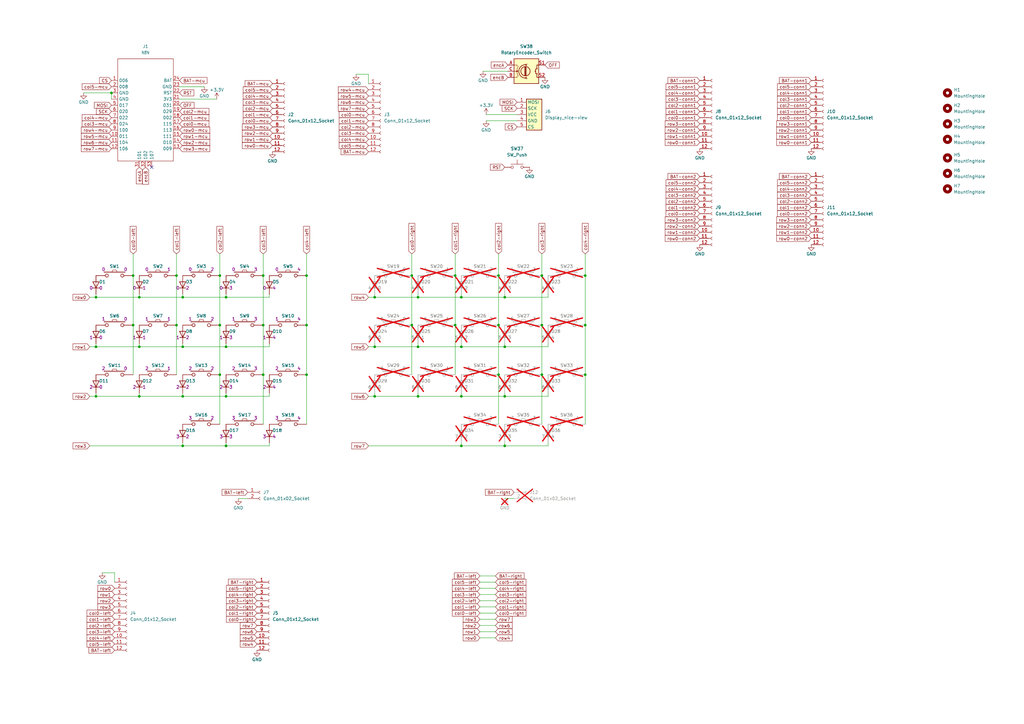
<source format=kicad_sch>
(kicad_sch (version 20231120) (generator "eeschema") (generator_version "8.0")
  (paper "A3")
  (junction (at 125.73 133.35))
  (junction (at 153.67 142.24))
  (junction (at 90.17 133.35))
  (junction (at 90.17 153.67))
  (junction (at 74.93 121.92))
  (junction (at 222.25 133.35))
  (junction (at 171.45 162.56))
  (junction (at 189.23 142.24))
  (junction (at 39.37 142.24))
  (junction (at 186.69 113.03))
  (junction (at 92.71 121.92))
  (junction (at 92.71 162.56))
  (junction (at 168.91 113.03))
  (junction (at 204.47 113.03))
  (junction (at 57.15 142.24))
  (junction (at 189.23 182.88))
  (junction (at 39.37 162.56))
  (junction (at 57.15 121.92))
  (junction (at 57.15 162.56))
  (junction (at 92.71 142.24))
  (junction (at 153.67 162.56))
  (junction (at 207.01 162.56))
  (junction (at 72.39 133.35))
  (junction (at 74.93 162.56))
  (junction (at 186.69 133.35))
  (junction (at 207.01 182.88))
  (junction (at 153.67 121.92))
  (junction (at 125.73 113.03))
  (junction (at 54.61 133.35))
  (junction (at 72.39 113.03))
  (junction (at 39.37 121.92))
  (junction (at 222.25 113.03))
  (junction (at 125.73 153.67))
  (junction (at 207.01 142.24))
  (junction (at 54.61 113.03))
  (junction (at 240.03 153.67))
  (junction (at 240.03 133.35))
  (junction (at 204.47 133.35))
  (junction (at 207.01 121.92))
  (junction (at 222.25 153.67))
  (junction (at 171.45 142.24))
  (junction (at 204.47 153.67))
  (junction (at 189.23 121.92))
  (junction (at 107.95 133.35))
  (junction (at 240.03 113.03))
  (junction (at 92.71 182.88))
  (junction (at 74.93 182.88))
  (junction (at 107.95 153.67))
  (junction (at 107.95 113.03))
  (junction (at 74.93 142.24))
  (junction (at 168.91 133.35))
  (junction (at 171.45 121.92))
  (junction (at 45.72 38.1))
  (junction (at 90.17 113.03))
  (junction (at 189.23 162.56))
  (no_connect (at 62.23 68.58))
  (wire (pts (xy 74.93 142.24) (xy 92.71 142.24)))
  (wire (pts (xy 39.37 162.56) (xy 57.15 162.56)))
  (wire (pts (xy 207.01 120.65) (xy 207.01 121.92)))
  (wire (pts (xy 207.01 181.61) (xy 207.01 182.88)))
  (wire (pts (xy 240.03 153.67) (xy 240.03 173.99)))
  (wire (pts (xy 186.69 104.14) (xy 186.69 113.03)))
  (wire (pts (xy 189.23 162.56) (xy 207.01 162.56)))
  (wire (pts (xy 171.45 140.97) (xy 171.45 142.24)))
  (wire (pts (xy 240.03 133.35) (xy 240.03 153.67)))
  (wire (pts (xy 146.05 30.48) (xy 151.13 30.48)))
  (wire (pts (xy 171.45 120.65) (xy 171.45 121.92)))
  (wire (pts (xy 224.79 161.29) (xy 224.79 162.56)))
  (wire (pts (xy 199.39 49.53) (xy 212.09 49.53)))
  (wire (pts (xy 222.25 153.67) (xy 222.25 173.99)))
  (wire (pts (xy 207.01 162.56) (xy 224.79 162.56)))
  (wire (pts (xy 36.83 121.92) (xy 39.37 121.92)))
  (wire (pts (xy 54.61 113.03) (xy 54.61 133.35)))
  (wire (pts (xy 224.79 140.97) (xy 224.79 142.24)))
  (wire (pts (xy 74.93 120.65) (xy 74.93 121.92)))
  (wire (pts (xy 207.01 121.92) (xy 224.79 121.92)))
  (wire (pts (xy 207.01 142.24) (xy 224.79 142.24)))
  (wire (pts (xy 203.2 251.46) (xy 196.85 251.46)))
  (wire (pts (xy 204.47 133.35) (xy 204.47 153.67)))
  (wire (pts (xy 39.37 142.24) (xy 57.15 142.24)))
  (wire (pts (xy 92.71 121.92) (xy 110.49 121.92)))
  (wire (pts (xy 39.37 161.29) (xy 39.37 162.56)))
  (wire (pts (xy 199.39 46.99) (xy 212.09 46.99)))
  (wire (pts (xy 151.13 162.56) (xy 153.67 162.56)))
  (wire (pts (xy 57.15 161.29) (xy 57.15 162.56)))
  (wire (pts (xy 151.13 30.48) (xy 151.13 34.29)))
  (wire (pts (xy 204.47 104.14) (xy 204.47 113.03)))
  (wire (pts (xy 46.99 234.95) (xy 46.99 238.76)))
  (wire (pts (xy 203.2 256.54) (xy 196.85 256.54)))
  (wire (pts (xy 74.93 162.56) (xy 92.71 162.56)))
  (wire (pts (xy 107.95 153.67) (xy 107.95 173.99)))
  (wire (pts (xy 203.2 254) (xy 196.85 254)))
  (wire (pts (xy 207.01 140.97) (xy 207.01 142.24)))
  (wire (pts (xy 73.66 40.64) (xy 88.9 40.64)))
  (wire (pts (xy 168.91 113.03) (xy 168.91 133.35)))
  (wire (pts (xy 207.01 182.88) (xy 224.79 182.88)))
  (wire (pts (xy 204.47 153.67) (xy 204.47 173.99)))
  (wire (pts (xy 189.23 182.88) (xy 207.01 182.88)))
  (wire (pts (xy 34.29 38.1) (xy 45.72 38.1)))
  (wire (pts (xy 39.37 140.97) (xy 39.37 142.24)))
  (wire (pts (xy 203.2 259.08) (xy 196.85 259.08)))
  (wire (pts (xy 92.71 140.97) (xy 92.71 142.24)))
  (wire (pts (xy 168.91 104.14) (xy 168.91 113.03)))
  (wire (pts (xy 72.39 113.03) (xy 72.39 133.35)))
  (wire (pts (xy 151.13 121.92) (xy 153.67 121.92)))
  (wire (pts (xy 203.2 248.92) (xy 196.85 248.92)))
  (wire (pts (xy 73.66 35.56) (xy 83.82 35.56)))
  (wire (pts (xy 57.15 120.65) (xy 57.15 121.92)))
  (wire (pts (xy 107.95 133.35) (xy 107.95 153.67)))
  (wire (pts (xy 240.03 113.03) (xy 240.03 133.35)))
  (wire (pts (xy 125.73 113.03) (xy 125.73 133.35)))
  (wire (pts (xy 189.23 161.29) (xy 189.23 162.56)))
  (wire (pts (xy 189.23 142.24) (xy 207.01 142.24)))
  (wire (pts (xy 36.83 162.56) (xy 39.37 162.56)))
  (wire (pts (xy 203.2 246.38) (xy 196.85 246.38)))
  (wire (pts (xy 90.17 153.67) (xy 90.17 173.99)))
  (wire (pts (xy 74.93 181.61) (xy 74.93 182.88)))
  (wire (pts (xy 171.45 161.29) (xy 171.45 162.56)))
  (wire (pts (xy 151.13 182.88) (xy 189.23 182.88)))
  (wire (pts (xy 203.2 236.22) (xy 196.85 236.22)))
  (wire (pts (xy 54.61 104.14) (xy 54.61 113.03)))
  (wire (pts (xy 72.39 133.35) (xy 72.39 153.67)))
  (wire (pts (xy 92.71 182.88) (xy 110.49 182.88)))
  (wire (pts (xy 45.72 38.1) (xy 45.72 40.64)))
  (wire (pts (xy 186.69 113.03) (xy 186.69 133.35)))
  (wire (pts (xy 224.79 120.65) (xy 224.79 121.92)))
  (wire (pts (xy 36.83 182.88) (xy 74.93 182.88)))
  (wire (pts (xy 92.71 142.24) (xy 110.49 142.24)))
  (wire (pts (xy 203.2 243.84) (xy 196.85 243.84)))
  (wire (pts (xy 171.45 121.92) (xy 189.23 121.92)))
  (wire (pts (xy 36.83 142.24) (xy 39.37 142.24)))
  (wire (pts (xy 189.23 121.92) (xy 207.01 121.92)))
  (wire (pts (xy 207.01 161.29) (xy 207.01 162.56)))
  (wire (pts (xy 203.2 261.62) (xy 196.85 261.62)))
  (wire (pts (xy 153.67 121.92) (xy 171.45 121.92)))
  (wire (pts (xy 110.49 181.61) (xy 110.49 182.88)))
  (wire (pts (xy 186.69 133.35) (xy 186.69 153.67)))
  (wire (pts (xy 110.49 120.65) (xy 110.49 121.92)))
  (wire (pts (xy 222.25 113.03) (xy 222.25 133.35)))
  (wire (pts (xy 110.49 161.29) (xy 110.49 162.56)))
  (wire (pts (xy 92.71 120.65) (xy 92.71 121.92)))
  (wire (pts (xy 204.47 113.03) (xy 204.47 133.35)))
  (wire (pts (xy 92.71 181.61) (xy 92.71 182.88)))
  (wire (pts (xy 74.93 121.92) (xy 92.71 121.92)))
  (wire (pts (xy 39.37 120.65) (xy 39.37 121.92)))
  (wire (pts (xy 54.61 133.35) (xy 54.61 153.67)))
  (wire (pts (xy 240.03 104.14) (xy 240.03 113.03)))
  (wire (pts (xy 189.23 181.61) (xy 189.23 182.88)))
  (wire (pts (xy 90.17 113.03) (xy 90.17 133.35)))
  (wire (pts (xy 107.95 104.14) (xy 107.95 113.03)))
  (wire (pts (xy 153.67 120.65) (xy 153.67 121.92)))
  (wire (pts (xy 57.15 162.56) (xy 74.93 162.56)))
  (wire (pts (xy 222.25 104.14) (xy 222.25 113.03)))
  (wire (pts (xy 72.39 104.14) (xy 72.39 113.03)))
  (wire (pts (xy 198.12 29.21) (xy 208.28 29.21)))
  (wire (pts (xy 168.91 133.35) (xy 168.91 153.67)))
  (wire (pts (xy 74.93 140.97) (xy 74.93 142.24)))
  (wire (pts (xy 57.15 121.92) (xy 74.93 121.92)))
  (wire (pts (xy 153.67 140.97) (xy 153.67 142.24)))
  (wire (pts (xy 39.37 121.92) (xy 57.15 121.92)))
  (wire (pts (xy 189.23 140.97) (xy 189.23 142.24)))
  (wire (pts (xy 171.45 142.24) (xy 189.23 142.24)))
  (wire (pts (xy 222.25 133.35) (xy 222.25 153.67)))
  (wire (pts (xy 203.2 241.3) (xy 196.85 241.3)))
  (wire (pts (xy 125.73 153.67) (xy 125.73 173.99)))
  (wire (pts (xy 189.23 120.65) (xy 189.23 121.92)))
  (wire (pts (xy 74.93 182.88) (xy 92.71 182.88)))
  (wire (pts (xy 125.73 104.14) (xy 125.73 113.03)))
  (wire (pts (xy 151.13 142.24) (xy 153.67 142.24)))
  (wire (pts (xy 107.95 113.03) (xy 107.95 133.35)))
  (wire (pts (xy 97.79 204.47) (xy 101.6 204.47)))
  (wire (pts (xy 41.91 234.95) (xy 46.99 234.95)))
  (wire (pts (xy 125.73 133.35) (xy 125.73 153.67)))
  (wire (pts (xy 57.15 142.24) (xy 74.93 142.24)))
  (wire (pts (xy 57.15 140.97) (xy 57.15 142.24)))
  (wire (pts (xy 92.71 162.56) (xy 110.49 162.56)))
  (wire (pts (xy 224.79 181.61) (xy 224.79 182.88)))
  (wire (pts (xy 207.01 204.47) (xy 210.82 204.47)))
  (wire (pts (xy 110.49 140.97) (xy 110.49 142.24)))
  (wire (pts (xy 90.17 104.14) (xy 90.17 113.03)))
  (wire (pts (xy 90.17 133.35) (xy 90.17 153.67)))
  (wire (pts (xy 153.67 162.56) (xy 171.45 162.56)))
  (wire (pts (xy 203.2 238.76) (xy 196.85 238.76)))
  (wire (pts (xy 171.45 162.56) (xy 189.23 162.56)))
  (wire (pts (xy 153.67 161.29) (xy 153.67 162.56)))
  (wire (pts (xy 74.93 161.29) (xy 74.93 162.56)))
  (wire (pts (xy 92.71 161.29) (xy 92.71 162.56)))
  (wire (pts (xy 153.67 142.24) (xy 171.45 142.24)))
  (global_label "col4-conn2" (shape input) (at 332.74 77.47 180) (property "Intersheetrefs" "${INTERSHEET_REFS}" (effects (hide yes))))
  (global_label "encA" (shape input) (at 57.15 68.58 270) (property "Intersheetrefs" "${INTERSHEET_REFS}" (effects (hide yes))))
  (global_label "col1-left" (shape input) (at 196.85 248.92 180) (property "Intersheetrefs" "${INTERSHEET_REFS}" (effects (hide yes))))
  (global_label "row6-mcu" (shape input) (at 151.13 41.91 180) (property "Intersheetrefs" "${INTERSHEET_REFS}" (effects (hide yes))))
  (global_label "row4-mcu" (shape input) (at 45.72 53.34 180) (property "Intersheetrefs" "${INTERSHEET_REFS}" (effects (hide yes))))
  (global_label "RST" (shape input) (at 73.66 38.1 0) (property "Intersheetrefs" "${INTERSHEET_REFS}" (effects (hide yes))))
  (global_label "col5-left" (shape input) (at 196.85 238.76 180) (property "Intersheetrefs" "${INTERSHEET_REFS}" (effects (hide yes))))
  (global_label "row4" (shape input) (at 151.13 121.92 180) (property "Intersheetrefs" "${INTERSHEET_REFS}" (effects (hide yes))))
  (global_label "row7" (shape input) (at 105.41 256.54 180) (property "Intersheetrefs" "${INTERSHEET_REFS}" (effects (hide yes))))
  (global_label "row4-mcu" (shape input) (at 151.13 36.83 180) (property "Intersheetrefs" "${INTERSHEET_REFS}" (effects (hide yes))))
  (global_label "col1-right" (shape input) (at 203.2 248.92 0) (property "Intersheetrefs" "${INTERSHEET_REFS}" (effects (hide yes))))
  (global_label "col2-right" (shape input) (at 105.41 248.92 180) (property "Intersheetrefs" "${INTERSHEET_REFS}" (effects (hide yes))))
  (global_label "col0-left" (shape input) (at 196.85 251.46 180) (property "Intersheetrefs" "${INTERSHEET_REFS}" (effects (hide yes))))
  (global_label "row3-conn2" (shape input) (at 332.74 90.17 180) (property "Intersheetrefs" "${INTERSHEET_REFS}" (effects (hide yes))))
  (global_label "SCK" (shape input) (at 45.72 45.72 180) (property "Intersheetrefs" "${INTERSHEET_REFS}" (effects (hide yes))))
  (global_label "col1-conn2" (shape input) (at 332.74 85.09 180) (property "Intersheetrefs" "${INTERSHEET_REFS}" (effects (hide yes))))
  (global_label "col1-mcu" (shape input) (at 73.66 48.26 0) (property "Intersheetrefs" "${INTERSHEET_REFS}" (effects (hide yes))))
  (global_label "col0-right" (shape input) (at 203.2 251.46 0) (property "Intersheetrefs" "${INTERSHEET_REFS}" (effects (hide yes))))
  (global_label "col2-right" (shape input) (at 203.2 246.38 0) (property "Intersheetrefs" "${INTERSHEET_REFS}" (effects (hide yes))))
  (global_label "col5-conn1" (shape input) (at 332.74 35.56 180) (property "Intersheetrefs" "${INTERSHEET_REFS}" (effects (hide yes))))
  (global_label "col4-conn1" (shape input) (at 332.74 38.1 180) (property "Intersheetrefs" "${INTERSHEET_REFS}" (effects (hide yes))))
  (global_label "BAT-conn1" (shape input) (at 287.02 33.02 180) (property "Intersheetrefs" "${INTERSHEET_REFS}" (effects (hide yes))))
  (global_label "BAT-right" (shape input) (at 210.82 201.93 180) (property "Intersheetrefs" "${INTERSHEET_REFS}" (effects (hide yes))))
  (global_label "col5-left" (shape input) (at 46.99 264.16 180) (property "Intersheetrefs" "${INTERSHEET_REFS}" (effects (hide yes))))
  (global_label "row7-mcu" (shape input) (at 45.72 60.96 180) (property "Intersheetrefs" "${INTERSHEET_REFS}" (effects (hide yes))))
  (global_label "BAT-conn1" (shape input) (at 332.74 33.02 180) (property "Intersheetrefs" "${INTERSHEET_REFS}" (effects (hide yes))))
  (global_label "row2-conn1" (shape input) (at 287.02 53.34 180) (property "Intersheetrefs" "${INTERSHEET_REFS}" (effects (hide yes))))
  (global_label "col4-left" (shape input) (at 46.99 261.62 180) (property "Intersheetrefs" "${INTERSHEET_REFS}" (effects (hide yes))))
  (global_label "row1-conn2" (shape input) (at 287.02 95.25 180) (property "Intersheetrefs" "${INTERSHEET_REFS}" (effects (hide yes))))
  (global_label "row2-conn2" (shape input) (at 287.02 92.71 180) (property "Intersheetrefs" "${INTERSHEET_REFS}" (effects (hide yes))))
  (global_label "row0" (shape input) (at 36.83 121.92 180) (property "Intersheetrefs" "${INTERSHEET_REFS}" (effects (hide yes))))
  (global_label "row0" (shape input) (at 196.85 261.62 180) (property "Intersheetrefs" "${INTERSHEET_REFS}" (effects (hide yes))))
  (global_label "BAT-mcu" (shape input) (at 151.13 62.23 180) (property "Intersheetrefs" "${INTERSHEET_REFS}" (effects (hide yes))))
  (global_label "col1-left" (shape input) (at 46.99 254 180) (property "Intersheetrefs" "${INTERSHEET_REFS}" (effects (hide yes))))
  (global_label "row4" (shape input) (at 203.2 261.62 0) (property "Intersheetrefs" "${INTERSHEET_REFS}" (effects (hide yes))))
  (global_label "row6" (shape input) (at 203.2 256.54 0) (property "Intersheetrefs" "${INTERSHEET_REFS}" (effects (hide yes))))
  (global_label "BAT-right" (shape input) (at 203.2 236.22 0) (property "Intersheetrefs" "${INTERSHEET_REFS}" (effects (hide yes))))
  (global_label "BAT-left" (shape input) (at 196.85 236.22 180) (property "Intersheetrefs" "${INTERSHEET_REFS}" (effects (hide yes))))
  (global_label "row3" (shape input) (at 36.83 182.88 180) (property "Intersheetrefs" "${INTERSHEET_REFS}" (effects (hide yes))))
  (global_label "row7" (shape input) (at 203.2 254 0) (property "Intersheetrefs" "${INTERSHEET_REFS}" (effects (hide yes))))
  (global_label "col0-left" (shape input) (at 46.99 251.46 180) (property "Intersheetrefs" "${INTERSHEET_REFS}" (effects (hide yes))))
  (global_label "col4-mcu" (shape input) (at 45.72 48.26 180) (property "Intersheetrefs" "${INTERSHEET_REFS}" (effects (hide yes))))
  (global_label "row0-conn2" (shape input) (at 332.74 97.79 180) (property "Intersheetrefs" "${INTERSHEET_REFS}" (effects (hide yes))))
  (global_label "row7" (shape input) (at 151.13 182.88 180) (property "Intersheetrefs" "${INTERSHEET_REFS}" (effects (hide yes))))
  (global_label "row2" (shape input) (at 196.85 256.54 180) (property "Intersheetrefs" "${INTERSHEET_REFS}" (effects (hide yes))))
  (global_label "row0" (shape input) (at 46.99 241.3 180) (property "Intersheetrefs" "${INTERSHEET_REFS}" (effects (hide yes))))
  (global_label "row7-mcu" (shape input) (at 151.13 44.45 180) (property "Intersheetrefs" "${INTERSHEET_REFS}" (effects (hide yes))))
  (global_label "col5-mcu" (shape input) (at 111.76 36.83 180) (property "Intersheetrefs" "${INTERSHEET_REFS}" (effects (hide yes))))
  (global_label "col2-conn2" (shape input) (at 332.74 82.55 180) (property "Intersheetrefs" "${INTERSHEET_REFS}" (effects (hide yes))))
  (global_label "col4-left" (shape input) (at 196.85 241.3 180) (property "Intersheetrefs" "${INTERSHEET_REFS}" (effects (hide yes))))
  (global_label "col3-mcu" (shape input) (at 45.72 50.8 180) (property "Intersheetrefs" "${INTERSHEET_REFS}" (effects (hide yes))))
  (global_label "col0-mcu" (shape input) (at 73.66 50.8 0) (property "Intersheetrefs" "${INTERSHEET_REFS}" (effects (hide yes))))
  (global_label "encB" (shape input) (at 208.28 31.75 180) (property "Intersheetrefs" "${INTERSHEET_REFS}" (effects (hide yes))))
  (global_label "col0-conn2" (shape input) (at 287.02 87.63 180) (property "Intersheetrefs" "${INTERSHEET_REFS}" (effects (hide yes))))
  (global_label "col2-conn2" (shape input) (at 287.02 82.55 180) (property "Intersheetrefs" "${INTERSHEET_REFS}" (effects (hide yes))))
  (global_label "col0-conn1" (shape input) (at 287.02 48.26 180) (property "Intersheetrefs" "${INTERSHEET_REFS}" (effects (hide yes))))
  (global_label "col4-right" (shape input) (at 203.2 241.3 0) (property "Intersheetrefs" "${INTERSHEET_REFS}" (effects (hide yes))))
  (global_label "row3-conn1" (shape input) (at 287.02 50.8 180) (property "Intersheetrefs" "${INTERSHEET_REFS}" (effects (hide yes))))
  (global_label "col0-left" (shape input) (at 54.61 104.14 90) (property "Intersheetrefs" "${INTERSHEET_REFS}" (effects (hide yes))))
  (global_label "row1-mcu" (shape input) (at 111.76 57.15 180) (property "Intersheetrefs" "${INTERSHEET_REFS}" (effects (hide yes))))
  (global_label "col4-mcu" (shape input) (at 111.76 39.37 180) (property "Intersheetrefs" "${INTERSHEET_REFS}" (effects (hide yes))))
  (global_label "col3-right" (shape input) (at 105.41 246.38 180) (property "Intersheetrefs" "${INTERSHEET_REFS}" (effects (hide yes))))
  (global_label "row6" (shape input) (at 105.41 259.08 180) (property "Intersheetrefs" "${INTERSHEET_REFS}" (effects (hide yes))))
  (global_label "SCK" (shape input) (at 212.09 44.45 180) (property "Intersheetrefs" "${INTERSHEET_REFS}" (effects (hide yes))))
  (global_label "col4-right" (shape input) (at 105.41 243.84 180) (property "Intersheetrefs" "${INTERSHEET_REFS}" (effects (hide yes))))
  (global_label "row2-conn2" (shape input) (at 332.74 92.71 180) (property "Intersheetrefs" "${INTERSHEET_REFS}" (effects (hide yes))))
  (global_label "CS" (shape input) (at 212.09 52.07 180) (property "Intersheetrefs" "${INTERSHEET_REFS}" (effects (hide yes))))
  (global_label "col4-conn1" (shape input) (at 287.02 38.1 180) (property "Intersheetrefs" "${INTERSHEET_REFS}" (effects (hide yes))))
  (global_label "col2-right" (shape input) (at 204.47 104.14 90) (property "Intersheetrefs" "${INTERSHEET_REFS}" (effects (hide yes))))
  (global_label "col1-mcu" (shape input) (at 151.13 49.53 180) (property "Intersheetrefs" "${INTERSHEET_REFS}" (effects (hide yes))))
  (global_label "MOSI" (shape input) (at 45.72 43.18 180) (property "Intersheetrefs" "${INTERSHEET_REFS}" (effects (hide yes))))
  (global_label "OFF" (shape input) (at 223.52 26.67 0) (property "Intersheetrefs" "${INTERSHEET_REFS}" (effects (hide yes))))
  (global_label "CS" (shape input) (at 45.72 33.02 180) (property "Intersheetrefs" "${INTERSHEET_REFS}" (effects (hide yes))))
  (global_label "col0-conn2" (shape input) (at 332.74 87.63 180) (property "Intersheetrefs" "${INTERSHEET_REFS}" (effects (hide yes))))
  (global_label "OFF" (shape input) (at 73.66 43.18 0) (property "Intersheetrefs" "${INTERSHEET_REFS}" (effects (hide yes))))
  (global_label "BAT-right" (shape input) (at 105.41 238.76 180) (property "Intersheetrefs" "${INTERSHEET_REFS}" (effects (hide yes))))
  (global_label "col3-conn1" (shape input) (at 287.02 40.64 180) (property "Intersheetrefs" "${INTERSHEET_REFS}" (effects (hide yes))))
  (global_label "col3-right" (shape input) (at 203.2 243.84 0) (property "Intersheetrefs" "${INTERSHEET_REFS}" (effects (hide yes))))
  (global_label "row5" (shape input) (at 105.41 261.62 180) (property "Intersheetrefs" "${INTERSHEET_REFS}" (effects (hide yes))))
  (global_label "row3-mcu" (shape input) (at 111.76 52.07 180) (property "Intersheetrefs" "${INTERSHEET_REFS}" (effects (hide yes))))
  (global_label "row6-mcu" (shape input) (at 45.72 58.42 180) (property "Intersheetrefs" "${INTERSHEET_REFS}" (effects (hide yes))))
  (global_label "col3-conn1" (shape input) (at 332.74 40.64 180) (property "Intersheetrefs" "${INTERSHEET_REFS}" (effects (hide yes))))
  (global_label "row1-conn2" (shape input) (at 332.74 95.25 180) (property "Intersheetrefs" "${INTERSHEET_REFS}" (effects (hide yes))))
  (global_label "row0-mcu" (shape input) (at 73.66 53.34 0) (property "Intersheetrefs" "${INTERSHEET_REFS}" (effects (hide yes))))
  (global_label "col5-conn2" (shape input) (at 287.02 74.93 180) (property "Intersheetrefs" "${INTERSHEET_REFS}" (effects (hide yes))))
  (global_label "row6" (shape input) (at 151.13 162.56 180) (property "Intersheetrefs" "${INTERSHEET_REFS}" (effects (hide yes))))
  (global_label "col2-left" (shape input) (at 90.17 104.14 90) (property "Intersheetrefs" "${INTERSHEET_REFS}" (effects (hide yes))))
  (global_label "MOSI" (shape input) (at 212.09 41.91 180) (property "Intersheetrefs" "${INTERSHEET_REFS}" (effects (hide yes))))
  (global_label "col4-mcu" (shape input) (at 151.13 57.15 180) (property "Intersheetrefs" "${INTERSHEET_REFS}" (effects (hide yes))))
  (global_label "BAT-mcu" (shape input) (at 73.66 33.02 0) (property "Intersheetrefs" "${INTERSHEET_REFS}" (effects (hide yes))))
  (global_label "BAT-conn2" (shape input) (at 332.74 72.39 180) (property "Intersheetrefs" "${INTERSHEET_REFS}" (effects (hide yes))))
  (global_label "row0-mcu" (shape input) (at 111.76 59.69 180) (property "Intersheetrefs" "${INTERSHEET_REFS}" (effects (hide yes))))
  (global_label "row0-conn2" (shape input) (at 287.02 97.79 180) (property "Intersheetrefs" "${INTERSHEET_REFS}" (effects (hide yes))))
  (global_label "row5" (shape input) (at 203.2 259.08 0) (property "Intersheetrefs" "${INTERSHEET_REFS}" (effects (hide yes))))
  (global_label "row5-mcu" (shape input) (at 45.72 55.88 180) (property "Intersheetrefs" "${INTERSHEET_REFS}" (effects (hide yes))))
  (global_label "col1-conn1" (shape input) (at 287.02 45.72 180) (property "Intersheetrefs" "${INTERSHEET_REFS}" (effects (hide yes))))
  (global_label "col2-mcu" (shape input) (at 73.66 45.72 0) (property "Intersheetrefs" "${INTERSHEET_REFS}" (effects (hide yes))))
  (global_label "col5-conn2" (shape input) (at 332.74 74.93 180) (property "Intersheetrefs" "${INTERSHEET_REFS}" (effects (hide yes))))
  (global_label "BAT-mcu" (shape input) (at 111.76 34.29 180) (property "Intersheetrefs" "${INTERSHEET_REFS}" (effects (hide yes))))
  (global_label "row1" (shape input) (at 196.85 259.08 180) (property "Intersheetrefs" "${INTERSHEET_REFS}" (effects (hide yes))))
  (global_label "col2-left" (shape input) (at 46.99 256.54 180) (property "Intersheetrefs" "${INTERSHEET_REFS}" (effects (hide yes))))
  (global_label "col5-conn1" (shape input) (at 287.02 35.56 180) (property "Intersheetrefs" "${INTERSHEET_REFS}" (effects (hide yes))))
  (global_label "col3-right" (shape input) (at 222.25 104.14 90) (property "Intersheetrefs" "${INTERSHEET_REFS}" (effects (hide yes))))
  (global_label "col5-right" (shape input) (at 203.2 238.76 0) (property "Intersheetrefs" "${INTERSHEET_REFS}" (effects (hide yes))))
  (global_label "row2-conn1" (shape input) (at 332.74 53.34 180) (property "Intersheetrefs" "${INTERSHEET_REFS}" (effects (hide yes))))
  (global_label "col2-conn1" (shape input) (at 287.02 43.18 180) (property "Intersheetrefs" "${INTERSHEET_REFS}" (effects (hide yes))))
  (global_label "row5-mcu" (shape input) (at 151.13 39.37 180) (property "Intersheetrefs" "${INTERSHEET_REFS}" (effects (hide yes))))
  (global_label "row1-conn1" (shape input) (at 287.02 55.88 180) (property "Intersheetrefs" "${INTERSHEET_REFS}" (effects (hide yes))))
  (global_label "BAT-left" (shape input) (at 101.6 201.93 180) (property "Intersheetrefs" "${INTERSHEET_REFS}" (effects (hide yes))))
  (global_label "col2-conn1" (shape input) (at 332.74 43.18 180) (property "Intersheetrefs" "${INTERSHEET_REFS}" (effects (hide yes))))
  (global_label "row2" (shape input) (at 36.83 162.56 180) (property "Intersheetrefs" "${INTERSHEET_REFS}" (effects (hide yes))))
  (global_label "col3-left" (shape input) (at 46.99 259.08 180) (property "Intersheetrefs" "${INTERSHEET_REFS}" (effects (hide yes))))
  (global_label "encA" (shape input) (at 208.28 26.67 180) (property "Intersheetrefs" "${INTERSHEET_REFS}" (effects (hide yes))))
  (global_label "col4-conn2" (shape input) (at 287.02 77.47 180) (property "Intersheetrefs" "${INTERSHEET_REFS}" (effects (hide yes))))
  (global_label "col3-conn2" (shape input) (at 287.02 80.01 180) (property "Intersheetrefs" "${INTERSHEET_REFS}" (effects (hide yes))))
  (global_label "row1-mcu" (shape input) (at 73.66 55.88 0) (property "Intersheetrefs" "${INTERSHEET_REFS}" (effects (hide yes))))
  (global_label "col2-left" (shape input) (at 196.85 246.38 180) (property "Intersheetrefs" "${INTERSHEET_REFS}" (effects (hide yes))))
  (global_label "BAT-conn2" (shape input) (at 287.02 72.39 180) (property "Intersheetrefs" "${INTERSHEET_REFS}" (effects (hide yes))))
  (global_label "row2" (shape input) (at 46.99 246.38 180) (property "Intersheetrefs" "${INTERSHEET_REFS}" (effects (hide yes))))
  (global_label "encB" (shape input) (at 59.69 68.58 270) (property "Intersheetrefs" "${INTERSHEET_REFS}" (effects (hide yes))))
  (global_label "col1-left" (shape input) (at 72.39 104.14 90) (property "Intersheetrefs" "${INTERSHEET_REFS}" (effects (hide yes))))
  (global_label "row3" (shape input) (at 196.85 254 180) (property "Intersheetrefs" "${INTERSHEET_REFS}" (effects (hide yes))))
  (global_label "col5-right" (shape input) (at 105.41 241.3 180) (property "Intersheetrefs" "${INTERSHEET_REFS}" (effects (hide yes))))
  (global_label "col0-right" (shape input) (at 168.91 104.14 90) (property "Intersheetrefs" "${INTERSHEET_REFS}" (effects (hide yes))))
  (global_label "RST" (shape input) (at 207.01 68.58 180) (property "Intersheetrefs" "${INTERSHEET_REFS}" (effects (hide yes))))
  (global_label "col3-mcu" (shape input) (at 111.76 41.91 180) (property "Intersheetrefs" "${INTERSHEET_REFS}" (effects (hide yes))))
  (global_label "col1-mcu" (shape input) (at 111.76 46.99 180) (property "Intersheetrefs" "${INTERSHEET_REFS}" (effects (hide yes))))
  (global_label "row0-conn1" (shape input) (at 287.02 58.42 180) (property "Intersheetrefs" "${INTERSHEET_REFS}" (effects (hide yes))))
  (global_label "col3-conn2" (shape input) (at 332.74 80.01 180) (property "Intersheetrefs" "${INTERSHEET_REFS}" (effects (hide yes))))
  (global_label "col4-left" (shape input) (at 125.73 104.14 90) (property "Intersheetrefs" "${INTERSHEET_REFS}" (effects (hide yes))))
  (global_label "col2-mcu" (shape input) (at 111.76 44.45 180) (property "Intersheetrefs" "${INTERSHEET_REFS}" (effects (hide yes))))
  (global_label "col5-mcu" (shape input) (at 45.72 35.56 180) (property "Intersheetrefs" "${INTERSHEET_REFS}" (effects (hide yes))))
  (global_label "row4" (shape input) (at 105.41 264.16 180) (property "Intersheetrefs" "${INTERSHEET_REFS}" (effects (hide yes))))
  (global_label "col3-left" (shape input) (at 196.85 243.84 180) (property "Intersheetrefs" "${INTERSHEET_REFS}" (effects (hide yes))))
  (global_label "row3-mcu" (shape input) (at 73.66 60.96 0) (property "Intersheetrefs" "${INTERSHEET_REFS}" (effects (hide yes))))
  (global_label "row1" (shape input) (at 46.99 243.84 180) (property "Intersheetrefs" "${INTERSHEET_REFS}" (effects (hide yes))))
  (global_label "col4-right" (shape input) (at 240.03 104.14 90) (property "Intersheetrefs" "${INTERSHEET_REFS}" (effects (hide yes))))
  (global_label "BAT-left" (shape input) (at 46.99 266.7 180) (property "Intersheetrefs" "${INTERSHEET_REFS}" (effects (hide yes))))
  (global_label "col0-mcu" (shape input) (at 111.76 49.53 180) (property "Intersheetrefs" "${INTERSHEET_REFS}" (effects (hide yes))))
  (global_label "col1-right" (shape input) (at 186.69 104.14 90) (property "Intersheetrefs" "${INTERSHEET_REFS}" (effects (hide yes))))
  (global_label "row2-mcu" (shape input) (at 73.66 58.42 0) (property "Intersheetrefs" "${INTERSHEET_REFS}" (effects (hide yes))))
  (global_label "col1-conn1" (shape input) (at 332.74 45.72 180) (property "Intersheetrefs" "${INTERSHEET_REFS}" (effects (hide yes))))
  (global_label "col1-right" (shape input) (at 105.41 251.46 180) (property "Intersheetrefs" "${INTERSHEET_REFS}" (effects (hide yes))))
  (global_label "row2-mcu" (shape input) (at 111.76 54.61 180) (property "Intersheetrefs" "${INTERSHEET_REFS}" (effects (hide yes))))
  (global_label "row1-conn1" (shape input) (at 332.74 55.88 180) (property "Intersheetrefs" "${INTERSHEET_REFS}" (effects (hide yes))))
  (global_label "row0-conn1" (shape input) (at 332.74 58.42 180) (property "Intersheetrefs" "${INTERSHEET_REFS}" (effects (hide yes))))
  (global_label "row3" (shape input) (at 46.99 248.92 180) (property "Intersheetrefs" "${INTERSHEET_REFS}" (effects (hide yes))))
  (global_label "col2-mcu" (shape input) (at 151.13 52.07 180) (property "Intersheetrefs" "${INTERSHEET_REFS}" (effects (hide yes))))
  (global_label "row3-conn1" (shape input) (at 332.74 50.8 180) (property "Intersheetrefs" "${INTERSHEET_REFS}" (effects (hide yes))))
  (global_label "row3-conn2" (shape input) (at 287.02 90.17 180) (property "Intersheetrefs" "${INTERSHEET_REFS}" (effects (hide yes))))
  (global_label "col0-right" (shape input) (at 105.41 254 180) (property "Intersheetrefs" "${INTERSHEET_REFS}" (effects (hide yes))))
  (global_label "row5" (shape input) (at 151.13 142.24 180) (property "Intersheetrefs" "${INTERSHEET_REFS}" (effects (hide yes))))
  (global_label "col0-mcu" (shape input) (at 151.13 46.99 180) (property "Intersheetrefs" "${INTERSHEET_REFS}" (effects (hide yes))))
  (global_label "col3-left" (shape input) (at 107.95 104.14 90) (property "Intersheetrefs" "${INTERSHEET_REFS}" (effects (hide yes))))
  (global_label "col0-conn1" (shape input) (at 332.74 48.26 180) (property "Intersheetrefs" "${INTERSHEET_REFS}" (effects (hide yes))))
  (global_label "col3-mcu" (shape input) (at 151.13 54.61 180) (property "Intersheetrefs" "${INTERSHEET_REFS}" (effects (hide yes))))
  (global_label "col5-mcu" (shape input) (at 151.13 59.69 180) (property "Intersheetrefs" "${INTERSHEET_REFS}" (effects (hide yes))))
  (global_label "col1-conn2" (shape input) (at 287.02 85.09 180) (property "Intersheetrefs" "${INTERSHEET_REFS}" (effects (hide yes))))
  (global_label "row1" (shape input) (at 36.83 142.24 180) (property "Intersheetrefs" "${INTERSHEET_REFS}" (effects (hide yes))))
  (symbol (lib_id "zzkeeb:Diode") (at 39.37 137.16 0) (unit 1)
    (property "Reference" "D6" (at 40.64 135.89 0) (effects (justify left)))
    (property "Value" "D" (effects (hide yes)))
    (property "Footprint" "zzkeeb:Diode_1N4148-SOD123-no-label-reversible" (effects (hide yes)))
    (property "Sim.Device" "D" (effects (hide yes)))
    (property "Sim.Pins" "1=K 2=A" (effects (hide yes)))
    (property "row" "1" (at 38.1 138.43 0) (effects (justify right)))
    (property "col" "0" (at 40.64 138.43 0) (effects (justify left)))
  )
  (symbol (lib_id "zzkeeb:Diode") (at 224.79 116.84 0) (unit 1) (on_board no) (dnp yes)
    (property "Reference" "D23" (at 226.06 115.57 0) (effects (justify left)))
    (property "Value" "D" (effects (hide yes)))
    (property "Footprint" "zzkeeb:Diode_1N4148-SOD123-no-label" (effects (hide yes)))
    (property "Sim.Device" "D" (effects (hide yes)))
    (property "Sim.Pins" "1=K 2=A" (effects (hide yes)))
    (property "row" "4" (at 223.52 118.11 0) (effects (justify right)))
    (property "col" "4" (at 226.06 118.11 0) (effects (justify left)))
  )
  (symbol (lib_id "zzkeeb:Diode") (at 74.93 137.16 0) (unit 1)
    (property "Reference" "D8" (at 76.2 135.89 0) (effects (justify left)))
    (property "Value" "D" (effects (hide yes)))
    (property "Footprint" "zzkeeb:Diode_1N4148-SOD123-no-label-reversible" (effects (hide yes)))
    (property "Sim.Device" "D" (effects (hide yes)))
    (property "Sim.Pins" "1=K 2=A" (effects (hide yes)))
    (property "row" "1" (at 73.66 138.43 0) (effects (justify right)))
    (property "col" "2" (at 76.2 138.43 0) (effects (justify left)))
  )
  (symbol (lib_id "zzkeeb:Diode") (at 92.71 177.8 0) (unit 1)
    (property "Reference" "D17" (at 93.98 176.53 0) (effects (justify left)))
    (property "Value" "D" (effects (hide yes)))
    (property "Footprint" "zzkeeb:Diode_1N4148-SOD123-no-label-reversible" (effects (hide yes)))
    (property "Sim.Device" "D" (effects (hide yes)))
    (property "Sim.Pins" "1=K 2=A" (effects (hide yes)))
    (property "row" "3" (at 91.44 179.07 0) (effects (justify right)))
    (property "col" "3" (at 93.98 179.07 0) (effects (justify left)))
  )
  (symbol (lib_id "zzkeeb:Switch") (at 64.77 133.35 0) (unit 1)
    (property "Reference" "SW7" (at 64.77 129.54 0))
    (property "Value" "Switch" (effects (hide yes)))
    (property "Footprint" "zzkeeb:Switch_KS-miny-reversible-hotswap-south" (effects (hide yes)))
    (property "row" "1" (at 60.96 130.81 0) (effects (justify right)))
    (property "col" "1" (at 68.58 130.81 0) (effects (justify left)))
  )
  (symbol (lib_id "Mechanical:MountingHole") (at 388.62 71.12 0) (unit 1)
    (property "Reference" "H6" (at 391.16 69.85 0) (effects (justify left)))
    (property "Value" "MountingHole" (at 391.16 72.39 0) (effects (justify left)))
    (property "Footprint" "zzkeeb:Hole_M2-TH" (effects (hide yes)))
  )
  (symbol (lib_id "zzkeeb:Diode") (at 57.15 157.48 0) (unit 1)
    (property "Reference" "D12" (at 58.42 156.21 0) (effects (justify left)))
    (property "Value" "D" (effects (hide yes)))
    (property "Footprint" "zzkeeb:Diode_1N4148-SOD123-no-label-reversible" (effects (hide yes)))
    (property "Sim.Device" "D" (effects (hide yes)))
    (property "Sim.Pins" "1=K 2=A" (effects (hide yes)))
    (property "row" "2" (at 55.88 158.75 0) (effects (justify right)))
    (property "col" "1" (at 58.42 158.75 0) (effects (justify left)))
  )
  (symbol (lib_id "power:+3.3V") (at 199.39 46.99 0) (unit 1)
    (property "Reference" "#PWR07" (effects (hide yes)))
    (property "Value" "+3.3V" (at 199.39 43.18 0))
  )
  (symbol (lib_id "zzkeeb:Diode") (at 74.93 157.48 0) (unit 1)
    (property "Reference" "D13" (at 76.2 156.21 0) (effects (justify left)))
    (property "Value" "D" (effects (hide yes)))
    (property "Footprint" "zzkeeb:Diode_1N4148-SOD123-no-label-reversible" (effects (hide yes)))
    (property "Sim.Device" "D" (effects (hide yes)))
    (property "Sim.Pins" "1=K 2=A" (effects (hide yes)))
    (property "row" "2" (at 73.66 158.75 0) (effects (justify right)))
    (property "col" "2" (at 76.2 158.75 0) (effects (justify left)))
  )
  (symbol (lib_id "zzkeeb:Switch") (at 46.99 153.67 0) (unit 1)
    (property "Reference" "SW11" (at 46.99 149.86 0))
    (property "Value" "Switch" (effects (hide yes)))
    (property "Footprint" "zzkeeb:Switch_KS-miny-reversible-hotswap-south" (effects (hide yes)))
    (property "row" "2" (at 43.18 151.13 0) (effects (justify right)))
    (property "col" "0" (at 50.8 151.13 0) (effects (justify left)))
  )
  (symbol (lib_id "zzkeeb:Switch") (at 118.11 173.99 0) (unit 1)
    (property "Reference" "SW18" (at 118.11 170.18 0))
    (property "Value" "Switch" (effects (hide yes)))
    (property "Footprint" "zzkeeb:Switch_KS-miny-reversible-hotswap-south" (effects (hide yes)))
    (property "row" "3" (at 114.3 171.45 0) (effects (justify right)))
    (property "col" "4" (at 121.92 171.45 0) (effects (justify left)))
  )
  (symbol (lib_id "power:GND") (at 207.01 204.47 0) (unit 1) (on_board no) (dnp yes)
    (property "Reference" "#PWR018" (effects (hide yes)))
    (property "Value" "GND" (at 207.01 208.28 0))
  )
  (symbol (lib_id "Connector:Conn_01x12_Socket") (at 116.84 46.99 0) (unit 1)
    (property "Reference" "J2" (at 118.11 46.9899 0) (effects (justify left)))
    (property "Value" "Conn_01x12_Socket" (at 118.11 49.5299 0) (effects (justify left)))
    (property "Footprint" "zzkeeb:Connector_FFC-12pin-0.5mm-horizontal" (effects (hide yes)))
    (property "Description" "Generic connector, single row, 01x12, script generated" (effects (hide yes)))
  )
  (symbol (lib_id "zzkeeb:Switch") (at 214.63 173.99 0) (unit 1) (on_board no) (dnp yes)
    (property "Reference" "SW35" (at 214.63 170.18 0))
    (property "Value" "Switch" (effects (hide yes)))
    (property "Footprint" "zzkeeb:Switch_MXKS-miny-hotswap-south-ks3d" (effects (hide yes)))
    (property "row" "7" (at 210.82 171.45 0) (effects (justify right)))
    (property "col" "3" (at 218.44 171.45 0) (effects (justify left)))
  )
  (symbol (lib_id "zzkeeb:Diode") (at 39.37 116.84 0) (unit 1)
    (property "Reference" "D1" (at 40.64 115.57 0) (effects (justify left)))
    (property "Value" "D" (effects (hide yes)))
    (property "Footprint" "zzkeeb:Diode_1N4148-SOD123-no-label-reversible" (effects (hide yes)))
    (property "Sim.Device" "D" (effects (hide yes)))
    (property "Sim.Pins" "1=K 2=A" (effects (hide yes)))
    (property "row" "0" (at 38.1 118.11 0) (effects (justify right)))
    (property "col" "0" (at 40.64 118.11 0) (effects (justify left)))
  )
  (symbol (lib_id "zzkeeb:Switch") (at 64.77 113.03 0) (unit 1)
    (property "Reference" "SW2" (at 64.77 109.22 0))
    (property "Value" "Switch" (effects (hide yes)))
    (property "Footprint" "zzkeeb:Switch_KS-miny-reversible-hotswap-south" (effects (hide yes)))
    (property "row" "0" (at 60.96 110.49 0) (effects (justify right)))
    (property "col" "1" (at 68.58 110.49 0) (effects (justify left)))
  )
  (symbol (lib_id "zzkeeb:Diode") (at 224.79 177.8 0) (unit 1) (on_board no) (dnp yes)
    (property "Reference" "D36" (at 226.06 176.53 0) (effects (justify left)))
    (property "Value" "D" (effects (hide yes)))
    (property "Footprint" "zzkeeb:Diode_1N4148-SOD123-no-label" (effects (hide yes)))
    (property "Sim.Device" "D" (effects (hide yes)))
    (property "Sim.Pins" "1=K 2=A" (effects (hide yes)))
    (property "row" "7" (at 223.52 179.07 0) (effects (justify right)))
    (property "col" "4" (at 226.06 179.07 0) (effects (justify left)))
  )
  (symbol (lib_id "zzkeeb:Switch") (at 161.29 153.67 0) (unit 1) (on_board no) (dnp yes)
    (property "Reference" "SW29" (at 161.29 149.86 0))
    (property "Value" "Switch" (effects (hide yes)))
    (property "Footprint" "zzkeeb:Switch_MXKS-miny-hotswap-south-ks3d" (effects (hide yes)))
    (property "row" "6" (at 157.48 151.13 0) (effects (justify right)))
    (property "col" "0" (at 165.1 151.13 0) (effects (justify left)))
  )
  (symbol (lib_id "power:GND") (at 111.76 62.23 0) (unit 1)
    (property "Reference" "#PWR04" (effects (hide yes)))
    (property "Value" "GND" (at 111.76 66.04 0))
  )
  (symbol (lib_id "zzkeeb:Switch") (at 118.11 153.67 0) (unit 1)
    (property "Reference" "SW15" (at 118.11 149.86 0))
    (property "Value" "Switch" (effects (hide yes)))
    (property "Footprint" "zzkeeb:Switch_KS-miny-reversible-hotswap-south" (effects (hide yes)))
    (property "row" "2" (at 114.3 151.13 0) (effects (justify right)))
    (property "col" "4" (at 121.92 151.13 0) (effects (justify left)))
  )
  (symbol (lib_id "zzkeeb:Diode") (at 92.71 157.48 0) (unit 1)
    (property "Reference" "D14" (at 93.98 156.21 0) (effects (justify left)))
    (property "Value" "D" (effects (hide yes)))
    (property "Footprint" "zzkeeb:Diode_1N4148-SOD123-no-label-reversible" (effects (hide yes)))
    (property "Sim.Device" "D" (effects (hide yes)))
    (property "Sim.Pins" "1=K 2=A" (effects (hide yes)))
    (property "row" "2" (at 91.44 158.75 0) (effects (justify right)))
    (property "col" "3" (at 93.98 158.75 0) (effects (justify left)))
  )
  (symbol (lib_id "zzkeeb:Diode") (at 189.23 116.84 0) (unit 1) (on_board no) (dnp yes)
    (property "Reference" "D21" (at 190.5 115.57 0) (effects (justify left)))
    (property "Value" "D" (effects (hide yes)))
    (property "Footprint" "zzkeeb:Diode_1N4148-SOD123-no-label" (effects (hide yes)))
    (property "Sim.Device" "D" (effects (hide yes)))
    (property "Sim.Pins" "1=K 2=A" (effects (hide yes)))
    (property "row" "4" (at 187.96 118.11 0) (effects (justify right)))
    (property "col" "2" (at 190.5 118.11 0) (effects (justify left)))
  )
  (symbol (lib_id "zzkeeb:Diode") (at 224.79 137.16 0) (unit 1) (on_board no) (dnp yes)
    (property "Reference" "D28" (at 226.06 135.89 0) (effects (justify left)))
    (property "Value" "D" (effects (hide yes)))
    (property "Footprint" "zzkeeb:Diode_1N4148-SOD123-no-label" (effects (hide yes)))
    (property "Sim.Device" "D" (effects (hide yes)))
    (property "Sim.Pins" "1=K 2=A" (effects (hide yes)))
    (property "row" "5" (at 223.52 138.43 0) (effects (justify right)))
    (property "col" "4" (at 226.06 138.43 0) (effects (justify left)))
  )
  (symbol (lib_id "Connector:Conn_01x12_Socket") (at 337.82 45.72 0) (unit 1)
    (property "Reference" "J10" (at 339.09 45.7199 0) (effects (justify left)))
    (property "Value" "Conn_01x12_Socket" (at 339.09 48.2599 0) (effects (justify left)))
    (property "Footprint" "zzkeeb:Connector_Magnetic-12pin" (effects (hide yes)))
    (property "Description" "Generic connector, single row, 01x12, script generated" (effects (hide yes)))
  )
  (symbol (lib_id "zzkeeb:Diode") (at 74.93 116.84 0) (unit 1)
    (property "Reference" "D3" (at 76.2 115.57 0) (effects (justify left)))
    (property "Value" "D" (effects (hide yes)))
    (property "Footprint" "zzkeeb:Diode_1N4148-SOD123-no-label-reversible" (effects (hide yes)))
    (property "Sim.Device" "D" (effects (hide yes)))
    (property "Sim.Pins" "1=K 2=A" (effects (hide yes)))
    (property "row" "0" (at 73.66 118.11 0) (effects (justify right)))
    (property "col" "2" (at 76.2 118.11 0) (effects (justify left)))
  )
  (symbol (lib_id "zzkeeb:Switch") (at 82.55 113.03 0) (unit 1)
    (property "Reference" "SW3" (at 82.55 109.22 0))
    (property "Value" "Switch" (effects (hide yes)))
    (property "Footprint" "zzkeeb:Switch_KS-miny-reversible-hotswap-south" (effects (hide yes)))
    (property "row" "0" (at 78.74 110.49 0) (effects (justify right)))
    (property "col" "2" (at 86.36 110.49 0) (effects (justify left)))
  )
  (symbol (lib_id "power:GND") (at 223.52 31.75 0) (unit 1)
    (property "Reference" "#PWR017" (effects (hide yes)))
    (property "Value" "GND" (at 223.52 35.56 0))
  )
  (symbol (lib_id "Mechanical:MountingHole") (at 388.62 50.8 0) (unit 1)
    (property "Reference" "H3" (at 391.16 49.53 0) (effects (justify left)))
    (property "Value" "MountingHole" (at 391.16 52.07 0) (effects (justify left)))
    (property "Footprint" "zzkeeb:Hole_M2-TH" (effects (hide yes)))
  )
  (symbol (lib_id "power:GND") (at 34.29 38.1 0) (unit 1)
    (property "Reference" "#PWR02" (effects (hide yes)))
    (property "Value" "GND" (at 34.29 41.91 0))
  )
  (symbol (lib_id "zzkeeb:Switch") (at 46.99 133.35 0) (unit 1)
    (property "Reference" "SW6" (at 46.99 129.54 0))
    (property "Value" "Switch" (effects (hide yes)))
    (property "Footprint" "zzkeeb:Switch_KS-miny-reversible-hotswap-south" (effects (hide yes)))
    (property "row" "1" (at 43.18 130.81 0) (effects (justify right)))
    (property "col" "0" (at 50.8 130.81 0) (effects (justify left)))
  )
  (symbol (lib_id "zzkeeb:Switch") (at 214.63 133.35 0) (unit 1) (on_board no) (dnp yes)
    (property "Reference" "SW27" (at 214.63 129.54 0))
    (property "Value" "Switch" (effects (hide yes)))
    (property "Footprint" "zzkeeb:Switch_MXKS-miny-hotswap-south-ks3d" (effects (hide yes)))
    (property "row" "5" (at 210.82 130.81 0) (effects (justify right)))
    (property "col" "3" (at 218.44 130.81 0) (effects (justify left)))
  )
  (symbol (lib_id "power:GND") (at 217.17 68.58 0) (unit 1)
    (property "Reference" "#PWR06" (effects (hide yes)))
    (property "Value" "GND" (at 217.17 72.39 0))
  )
  (symbol (lib_id "Connector:Conn_01x12_Socket") (at 292.1 45.72 0) (unit 1)
    (property "Reference" "J8" (at 293.37 45.7199 0) (effects (justify left)))
    (property "Value" "Conn_01x12_Socket" (at 293.37 48.2599 0) (effects (justify left)))
    (property "Footprint" "zzkeeb:Connector_FFC-12pin-0.5mm-vertical" (effects (hide yes)))
    (property "Description" "Generic connector, single row, 01x12, script generated" (effects (hide yes)))
  )
  (symbol (lib_id "Connector:Conn_01x12_Socket") (at 337.82 85.09 0) (unit 1)
    (property "Reference" "J11" (at 339.09 85.0899 0) (effects (justify left)))
    (property "Value" "Conn_01x12_Socket" (at 339.09 87.6299 0) (effects (justify left)))
    (property "Footprint" "zzkeeb:Connector_Magnetic-12pin" (effects (hide yes)))
    (property "Description" "Generic connector, single row, 01x12, script generated" (effects (hide yes)))
  )
  (symbol (lib_id "zzkeeb:Diode") (at 207.01 157.48 0) (unit 1) (on_board no) (dnp yes)
    (property "Reference" "D32" (at 208.28 156.21 0) (effects (justify left)))
    (property "Value" "D" (effects (hide yes)))
    (property "Footprint" "zzkeeb:Diode_1N4148-SOD123-no-label" (effects (hide yes)))
    (property "Sim.Device" "D" (effects (hide yes)))
    (property "Sim.Pins" "1=K 2=A" (effects (hide yes)))
    (property "row" "6" (at 205.74 158.75 0) (effects (justify right)))
    (property "col" "3" (at 208.28 158.75 0) (effects (justify left)))
  )
  (symbol (lib_id "zzkeeb:Switch") (at 100.33 173.99 0) (unit 1)
    (property "Reference" "SW17" (at 100.33 170.18 0))
    (property "Value" "Switch" (effects (hide yes)))
    (property "Footprint" "zzkeeb:Switch_KS-miny-reversible-hotswap-south" (effects (hide yes)))
    (property "row" "3" (at 96.52 171.45 0) (effects (justify right)))
    (property "col" "3" (at 104.14 171.45 0) (effects (justify left)))
  )
  (symbol (lib_id "zzkeeb:Diode") (at 224.79 157.48 0) (unit 1) (on_board no) (dnp yes)
    (property "Reference" "D33" (at 226.06 156.21 0) (effects (justify left)))
    (property "Value" "D" (effects (hide yes)))
    (property "Footprint" "zzkeeb:Diode_1N4148-SOD123-no-label" (effects (hide yes)))
    (property "Sim.Device" "D" (effects (hide yes)))
    (property "Sim.Pins" "1=K 2=A" (effects (hide yes)))
    (property "row" "6" (at 223.52 158.75 0) (effects (justify right)))
    (property "col" "4" (at 226.06 158.75 0) (effects (justify left)))
  )
  (symbol (lib_id "power:GND") (at 332.74 60.96 0) (unit 1)
    (property "Reference" "#PWR015" (effects (hide yes)))
    (property "Value" "GND" (at 332.74 64.77 0))
  )
  (symbol (lib_id "zzkeeb:Switch") (at 196.85 113.03 0) (unit 1) (on_board no) (dnp yes)
    (property "Reference" "SW21" (at 196.85 109.22 0))
    (property "Value" "Switch" (effects (hide yes)))
    (property "Footprint" "zzkeeb:Switch_MXKS-miny-hotswap-south-ks3d" (effects (hide yes)))
    (property "row" "4" (at 193.04 110.49 0) (effects (justify right)))
    (property "col" "2" (at 200.66 110.49 0) (effects (justify left)))
  )
  (symbol (lib_id "zzkeeb:Switch") (at 214.63 153.67 0) (unit 1) (on_board no) (dnp yes)
    (property "Reference" "SW32" (at 214.63 149.86 0))
    (property "Value" "Switch" (effects (hide yes)))
    (property "Footprint" "zzkeeb:Switch_MXKS-miny-hotswap-south-ks3d" (effects (hide yes)))
    (property "row" "6" (at 210.82 151.13 0) (effects (justify right)))
    (property "col" "3" (at 218.44 151.13 0) (effects (justify left)))
  )
  (symbol (lib_id "zzkeeb:Diode") (at 110.49 137.16 0) (unit 1)
    (property "Reference" "D10" (at 111.76 135.89 0) (effects (justify left)))
    (property "Value" "D" (effects (hide yes)))
    (property "Footprint" "zzkeeb:Diode_1N4148-SOD123-no-label-reversible" (effects (hide yes)))
    (property "Sim.Device" "D" (effects (hide yes)))
    (property "Sim.Pins" "1=K 2=A" (effects (hide yes)))
    (property "row" "1" (at 109.22 138.43 0) (effects (justify right)))
    (property "col" "4" (at 111.76 138.43 0) (effects (justify left)))
  )
  (symbol (lib_id "Connector:Conn_01x12_Socket") (at 110.49 251.46 0) (unit 1)
    (property "Reference" "J5" (at 111.76 251.4599 0) (effects (justify left)))
    (property "Value" "Conn_01x12_Socket" (at 111.76 253.9999 0) (effects (justify left)))
    (property "Footprint" "zzkeeb:Connector_FFC-12pin-0.5mm-horizontal" (effects (hide yes)))
    (property "Description" "Generic connector, single row, 01x12, script generated" (effects (hide yes)))
  )
  (symbol (lib_id "Switch:SW_Push") (at 212.09 68.58 0) (unit 1)
    (property "Reference" "SW37" (at 212.09 60.96 0))
    (property "Value" "SW_Push" (at 212.09 63.5 0))
    (property "Footprint" "zzkeeb:Button_SW_SPST_SKQG_WithoutStem" (effects (hide yes)))
  )
  (symbol (lib_id "zzkeeb:Switch") (at 179.07 133.35 0) (unit 1) (on_board no) (dnp yes)
    (property "Reference" "SW25" (at 179.07 129.54 0))
    (property "Value" "Switch" (effects (hide yes)))
    (property "Footprint" "zzkeeb:Switch_MXKS-miny-hotswap-south-ks3d" (effects (hide yes)))
    (property "row" "5" (at 175.26 130.81 0) (effects (justify right)))
    (property "col" "1" (at 182.88 130.81 0) (effects (justify left)))
  )
  (symbol (lib_id "Mechanical:MountingHole") (at 388.62 57.15 0) (unit 1)
    (property "Reference" "H4" (at 391.16 55.88 0) (effects (justify left)))
    (property "Value" "MountingHole" (at 391.16 58.42 0) (effects (justify left)))
    (property "Footprint" "zzkeeb:Hole_M2-TH" (effects (hide yes)))
  )
  (symbol (lib_id "power:GND") (at 83.82 35.56 0) (unit 1)
    (property "Reference" "#PWR01" (effects (hide yes)))
    (property "Value" "GND" (at 83.82 39.37 0))
  )
  (symbol (lib_id "zzkeeb:Diode") (at 207.01 177.8 0) (unit 1) (on_board no) (dnp yes)
    (property "Reference" "D35" (at 208.28 176.53 0) (effects (justify left)))
    (property "Value" "D" (effects (hide yes)))
    (property "Footprint" "zzkeeb:Diode_1N4148-SOD123-no-label" (effects (hide yes)))
    (property "Sim.Device" "D" (effects (hide yes)))
    (property "Sim.Pins" "1=K 2=A" (effects (hide yes)))
    (property "row" "7" (at 205.74 179.07 0) (effects (justify right)))
    (property "col" "3" (at 208.28 179.07 0) (effects (justify left)))
  )
  (symbol (lib_id "zzkeeb:Diode") (at 110.49 177.8 0) (unit 1)
    (property "Reference" "D18" (at 111.76 176.53 0) (effects (justify left)))
    (property "Value" "D" (effects (hide yes)))
    (property "Footprint" "zzkeeb:Diode_1N4148-SOD123-no-label-reversible" (effects (hide yes)))
    (property "Sim.Device" "D" (effects (hide yes)))
    (property "Sim.Pins" "1=K 2=A" (effects (hide yes)))
    (property "row" "3" (at 109.22 179.07 0) (effects (justify right)))
    (property "col" "4" (at 111.76 179.07 0) (effects (justify left)))
  )
  (symbol (lib_id "power:GND") (at 41.91 234.95 0) (unit 1)
    (property "Reference" "#PWR019" (effects (hide yes)))
    (property "Value" "GND" (at 41.91 238.76 0))
  )
  (symbol (lib_id "zzkeeb:Switch") (at 214.63 113.03 0) (unit 1) (on_board no) (dnp yes)
    (property "Reference" "SW22" (at 214.63 109.22 0))
    (property "Value" "Switch" (effects (hide yes)))
    (property "Footprint" "zzkeeb:Switch_MXKS-miny-hotswap-south-ks3d" (effects (hide yes)))
    (property "row" "4" (at 210.82 110.49 0) (effects (justify right)))
    (property "col" "3" (at 218.44 110.49 0) (effects (justify left)))
  )
  (symbol (lib_id "zzkeeb:Switch") (at 196.85 173.99 0) (unit 1) (on_board no) (dnp yes)
    (property "Reference" "SW34" (at 196.85 170.18 0))
    (property "Value" "Switch" (effects (hide yes)))
    (property "Footprint" "zzkeeb:Switch_MXKS-miny-hotswap-south-ks3d" (effects (hide yes)))
    (property "row" "7" (at 193.04 171.45 0) (effects (justify right)))
    (property "col" "2" (at 200.66 171.45 0) (effects (justify left)))
  )
  (symbol (lib_id "zzkeeb:Diode") (at 153.67 137.16 0) (unit 1) (on_board no) (dnp yes)
    (property "Reference" "D24" (at 154.94 135.89 0) (effects (justify left)))
    (property "Value" "D" (effects (hide yes)))
    (property "Footprint" "zzkeeb:Diode_1N4148-SOD123-no-label" (effects (hide yes)))
    (property "Sim.Device" "D" (effects (hide yes)))
    (property "Sim.Pins" "1=K 2=A" (effects (hide yes)))
    (property "row" "5" (at 152.4 138.43 0) (effects (justify right)))
    (property "col" "0" (at 154.94 138.43 0) (effects (justify left)))
  )
  (symbol (lib_id "zzkeeb:Switch") (at 232.41 113.03 0) (unit 1) (on_board no) (dnp yes)
    (property "Reference" "SW23" (at 232.41 109.22 0))
    (property "Value" "Switch" (effects (hide yes)))
    (property "Footprint" "zzkeeb:Switch_MXKS-miny-hotswap-south-ks3d" (effects (hide yes)))
    (property "row" "4" (at 228.6 110.49 0) (effects (justify right)))
    (property "col" "4" (at 236.22 110.49 0) (effects (justify left)))
  )
  (symbol (lib_id "zzkeeb:Switch") (at 82.55 173.99 0) (unit 1)
    (property "Reference" "SW16" (at 82.55 170.18 0))
    (property "Value" "Switch" (effects (hide yes)))
    (property "Footprint" "zzkeeb:Switch_KS-miny-reversible-hotswap-south" (effects (hide yes)))
    (property "row" "3" (at 78.74 171.45 0) (effects (justify right)))
    (property "col" "2" (at 86.36 171.45 0) (effects (justify left)))
  )
  (symbol (lib_id "zzkeeb:Switch") (at 118.11 133.35 0) (unit 1)
    (property "Reference" "SW10" (at 118.11 129.54 0))
    (property "Value" "Switch" (effects (hide yes)))
    (property "Footprint" "zzkeeb:Switch_KS-miny-reversible-hotswap-south" (effects (hide yes)))
    (property "row" "1" (at 114.3 130.81 0) (effects (justify right)))
    (property "col" "4" (at 121.92 130.81 0) (effects (justify left)))
  )
  (symbol (lib_id "zzkeeb:Diode") (at 110.49 157.48 0) (unit 1)
    (property "Reference" "D15" (at 111.76 156.21 0) (effects (justify left)))
    (property "Value" "D" (effects (hide yes)))
    (property "Footprint" "zzkeeb:Diode_1N4148-SOD123-no-label-reversible" (effects (hide yes)))
    (property "Sim.Device" "D" (effects (hide yes)))
    (property "Sim.Pins" "1=K 2=A" (effects (hide yes)))
    (property "row" "2" (at 109.22 158.75 0) (effects (justify right)))
    (property "col" "4" (at 111.76 158.75 0) (effects (justify left)))
  )
  (symbol (lib_id "zzkeeb:Diode") (at 153.67 116.84 0) (unit 1) (on_board no) (dnp yes)
    (property "Reference" "D19" (at 154.94 115.57 0) (effects (justify left)))
    (property "Value" "D" (effects (hide yes)))
    (property "Footprint" "zzkeeb:Diode_1N4148-SOD123-no-label" (effects (hide yes)))
    (property "Sim.Device" "D" (effects (hide yes)))
    (property "Sim.Pins" "1=K 2=A" (effects (hide yes)))
    (property "row" "4" (at 152.4 118.11 0) (effects (justify right)))
    (property "col" "0" (at 154.94 118.11 0) (effects (justify left)))
  )
  (symbol (lib_id "zzkeeb:Diode") (at 189.23 157.48 0) (unit 1) (on_board no) (dnp yes)
    (property "Reference" "D31" (at 190.5 156.21 0) (effects (justify left)))
    (property "Value" "D" (effects (hide yes)))
    (property "Footprint" "zzkeeb:Diode_1N4148-SOD123-no-label" (effects (hide yes)))
    (property "Sim.Device" "D" (effects (hide yes)))
    (property "Sim.Pins" "1=K 2=A" (effects (hide yes)))
    (property "row" "6" (at 187.96 158.75 0) (effects (justify right)))
    (property "col" "2" (at 190.5 158.75 0) (effects (justify left)))
  )
  (symbol (lib_id "Connector:Conn_01x02_Socket") (at 106.68 201.93 0) (unit 1)
    (property "Reference" "J7" (at 107.95 201.93 0) (effects (justify left)))
    (property "Value" "Conn_01x02_Socket" (at 107.95 204.47 0) (effects (justify left)))
    (property "Footprint" "zzkeeb:Connector_JST-1x02-2.00mm" (effects (hide yes)))
  )
  (symbol (lib_id "zzkeeb:Switch") (at 179.07 153.67 0) (unit 1) (on_board no) (dnp yes)
    (property "Reference" "SW30" (at 179.07 149.86 0))
    (property "Value" "Switch" (effects (hide yes)))
    (property "Footprint" "zzkeeb:Switch_MXKS-miny-hotswap-south-ks3d" (effects (hide yes)))
    (property "row" "6" (at 175.26 151.13 0) (effects (justify right)))
    (property "col" "1" (at 182.88 151.13 0) (effects (justify left)))
  )
  (symbol (lib_id "zzkeeb:Diode") (at 74.93 177.8 0) (unit 1)
    (property "Reference" "D16" (at 76.2 176.53 0) (effects (justify left)))
    (property "Value" "D" (effects (hide yes)))
    (property "Footprint" "zzkeeb:Diode_1N4148-SOD123-no-label-reversible" (effects (hide yes)))
    (property "Sim.Device" "D" (effects (hide yes)))
    (property "Sim.Pins" "1=K 2=A" (effects (hide yes)))
    (property "row" "3" (at 73.66 179.07 0) (effects (justify right)))
    (property "col" "2" (at 76.2 179.07 0) (effects (justify left)))
  )
  (symbol (lib_id "zzkeeb:Switch") (at 161.29 113.03 0) (unit 1) (on_board no) (dnp yes)
    (property "Reference" "SW19" (at 161.29 109.22 0))
    (property "Value" "Switch" (effects (hide yes)))
    (property "Footprint" "zzkeeb:Switch_MXKS-miny-hotswap-south-ks3d" (effects (hide yes)))
    (property "row" "4" (at 157.48 110.49 0) (effects (justify right)))
    (property "col" "0" (at 165.1 110.49 0) (effects (justify left)))
  )
  (symbol (lib_id "zzkeeb:Display_nice-view") (at 218.44 46.99 0) (unit 1)
    (property "Reference" "J6" (at 223.52 45.72 0) (effects (justify left)))
    (property "Value" "Display_nice-view" (at 223.52 48.26 0) (effects (justify left)))
    (property "Footprint" "zzkeeb:Display_nice-view" (effects (hide yes)))
  )
  (symbol (lib_id "zzkeeb:Diode") (at 57.15 137.16 0) (unit 1)
    (property "Reference" "D7" (at 58.42 135.89 0) (effects (justify left)))
    (property "Value" "D" (effects (hide yes)))
    (property "Footprint" "zzkeeb:Diode_1N4148-SOD123-no-label-reversible" (effects (hide yes)))
    (property "Sim.Device" "D" (effects (hide yes)))
    (property "Sim.Pins" "1=K 2=A" (effects (hide yes)))
    (property "row" "1" (at 55.88 138.43 0) (effects (justify right)))
    (property "col" "1" (at 58.42 138.43 0) (effects (justify left)))
  )
  (symbol (lib_id "zzkeeb:Switch") (at 232.41 153.67 0) (unit 1) (on_board no) (dnp yes)
    (property "Reference" "SW33" (at 232.41 149.86 0))
    (property "Value" "Switch" (effects (hide yes)))
    (property "Footprint" "zzkeeb:Switch_MXKS-miny-hotswap-south-ks3d" (effects (hide yes)))
    (property "row" "6" (at 228.6 151.13 0) (effects (justify right)))
    (property "col" "4" (at 236.22 151.13 0) (effects (justify left)))
  )
  (symbol (lib_id "zzkeeb:Switch") (at 82.55 133.35 0) (unit 1)
    (property "Reference" "SW8" (at 82.55 129.54 0))
    (property "Value" "Switch" (effects (hide yes)))
    (property "Footprint" "zzkeeb:Switch_KS-miny-reversible-hotswap-south" (effects (hide yes)))
    (property "row" "1" (at 78.74 130.81 0) (effects (justify right)))
    (property "col" "2" (at 86.36 130.81 0) (effects (justify left)))
  )
  (symbol (lib_id "Device:RotaryEncoder_Switch") (at 215.9 29.21 0) (unit 1)
    (property "Reference" "SW38" (at 215.9 19.05 0))
    (property "Value" "RotaryEncoder_Switch" (at 215.9 21.59 0))
    (property "Footprint" "zzkeeb:RotaryEncoder_EC11" (effects (hide yes)))
  )
  (symbol (lib_id "zzkeeb:Diode") (at 57.15 116.84 0) (unit 1)
    (property "Reference" "D2" (at 58.42 115.57 0) (effects (justify left)))
    (property "Value" "D" (effects (hide yes)))
    (property "Footprint" "zzkeeb:Diode_1N4148-SOD123-no-label-reversible" (effects (hide yes)))
    (property "Sim.Device" "D" (effects (hide yes)))
    (property "Sim.Pins" "1=K 2=A" (effects (hide yes)))
    (property "row" "0" (at 55.88 118.11 0) (effects (justify right)))
    (property "col" "1" (at 58.42 118.11 0) (effects (justify left)))
  )
  (symbol (lib_id "power:GND") (at 332.74 100.33 0) (unit 1)
    (property "Reference" "#PWR016" (effects (hide yes)))
    (property "Value" "GND" (at 332.74 104.14 0))
  )
  (symbol (lib_id "zzkeeb:Diode") (at 189.23 177.8 0) (unit 1) (on_board no) (dnp yes)
    (property "Reference" "D34" (at 190.5 176.53 0) (effects (justify left)))
    (property "Value" "D" (effects (hide yes)))
    (property "Footprint" "zzkeeb:Diode_1N4148-SOD123-no-label" (effects (hide yes)))
    (property "Sim.Device" "D" (effects (hide yes)))
    (property "Sim.Pins" "1=K 2=A" (effects (hide yes)))
    (property "row" "7" (at 187.96 179.07 0) (effects (justify right)))
    (property "col" "2" (at 190.5 179.07 0) (effects (justify left)))
  )
  (symbol (lib_id "zzkeeb:Switch") (at 232.41 133.35 0) (unit 1) (on_board no) (dnp yes)
    (property "Reference" "SW28" (at 232.41 129.54 0))
    (property "Value" "Switch" (effects (hide yes)))
    (property "Footprint" "zzkeeb:Switch_MXKS-miny-hotswap-south-ks3d" (effects (hide yes)))
    (property "row" "5" (at 228.6 130.81 0) (effects (justify right)))
    (property "col" "4" (at 236.22 130.81 0) (effects (justify left)))
  )
  (symbol (lib_id "power:GND") (at 146.05 30.48 0) (unit 1)
    (property "Reference" "#PWR05" (effects (hide yes)))
    (property "Value" "GND" (at 146.05 34.29 0))
  )
  (symbol (lib_id "zzkeeb:Switch") (at 179.07 113.03 0) (unit 1) (on_board no) (dnp yes)
    (property "Reference" "SW20" (at 179.07 109.22 0))
    (property "Value" "Switch" (effects (hide yes)))
    (property "Footprint" "zzkeeb:Switch_MXKS-miny-hotswap-south-ks3d" (effects (hide yes)))
    (property "row" "4" (at 175.26 110.49 0) (effects (justify right)))
    (property "col" "1" (at 182.88 110.49 0) (effects (justify left)))
  )
  (symbol (lib_id "zzkeeb:Switch") (at 196.85 153.67 0) (unit 1) (on_board no) (dnp yes)
    (property "Reference" "SW31" (at 196.85 149.86 0))
    (property "Value" "Switch" (effects (hide yes)))
    (property "Footprint" "zzkeeb:Switch_MXKS-miny-hotswap-south-ks3d" (effects (hide yes)))
    (property "row" "6" (at 193.04 151.13 0) (effects (justify right)))
    (property "col" "2" (at 200.66 151.13 0) (effects (justify left)))
  )
  (symbol (lib_id "Connector:Conn_01x02_Socket") (at 215.9 201.93 0) (unit 1) (on_board no) (dnp yes)
    (property "Reference" "J12" (at 217.17 201.93 0) (effects (justify left)))
    (property "Value" "Conn_01x02_Socket" (at 217.17 204.47 0) (effects (justify left)))
    (property "Footprint" "zzkeeb:Connector_JST-1x02-2.00mm" (effects (hide yes)))
  )
  (symbol (lib_id "zzkeeb:Switch") (at 232.41 173.99 0) (unit 1) (on_board no) (dnp yes)
    (property "Reference" "SW36" (at 232.41 170.18 0))
    (property "Value" "Switch" (effects (hide yes)))
    (property "Footprint" "zzkeeb:Switch_MXKS-miny-hotswap-south-ks3d" (effects (hide yes)))
    (property "row" "7" (at 228.6 171.45 0) (effects (justify right)))
    (property "col" "4" (at 236.22 171.45 0) (effects (justify left)))
  )
  (symbol (lib_id "zzkeeb:Switch") (at 100.33 133.35 0) (unit 1)
    (property "Reference" "SW9" (at 100.33 129.54 0))
    (property "Value" "Switch" (effects (hide yes)))
    (property "Footprint" "zzkeeb:Switch_KS-miny-reversible-hotswap-south" (effects (hide yes)))
    (property "row" "1" (at 96.52 130.81 0) (effects (justify right)))
    (property "col" "3" (at 104.14 130.81 0) (effects (justify left)))
  )
  (symbol (lib_id "zzkeeb:Diode") (at 207.01 116.84 0) (unit 1) (on_board no) (dnp yes)
    (property "Reference" "D22" (at 208.28 115.57 0) (effects (justify left)))
    (property "Value" "D" (effects (hide yes)))
    (property "Footprint" "zzkeeb:Diode_1N4148-SOD123-no-label" (effects (hide yes)))
    (property "Sim.Device" "D" (effects (hide yes)))
    (property "Sim.Pins" "1=K 2=A" (effects (hide yes)))
    (property "row" "4" (at 205.74 118.11 0) (effects (justify right)))
    (property "col" "3" (at 208.28 118.11 0) (effects (justify left)))
  )
  (symbol (lib_id "zzkeeb:Switch") (at 46.99 113.03 0) (unit 1)
    (property "Reference" "SW1" (at 46.99 109.22 0))
    (property "Value" "Switch" (effects (hide yes)))
    (property "Footprint" "zzkeeb:Switch_KS-miny-reversible-hotswap-south" (effects (hide yes)))
    (property "row" "0" (at 43.18 110.49 0) (effects (justify right)))
    (property "col" "0" (at 50.8 110.49 0) (effects (justify left)))
  )
  (symbol (lib_id "power:GND") (at 199.39 49.53 0) (unit 1)
    (property "Reference" "#PWR08" (effects (hide yes)))
    (property "Value" "GND" (at 199.39 53.34 0))
  )
  (symbol (lib_id "zzkeeb:Switch") (at 82.55 153.67 0) (unit 1)
    (property "Reference" "SW13" (at 82.55 149.86 0))
    (property "Value" "Switch" (effects (hide yes)))
    (property "Footprint" "zzkeeb:Switch_KS-miny-reversible-hotswap-south" (effects (hide yes)))
    (property "row" "2" (at 78.74 151.13 0) (effects (justify right)))
    (property "col" "2" (at 86.36 151.13 0) (effects (justify left)))
  )
  (symbol (lib_id "zzkeeb:MCU_nice-nano") (at 59.69 45.72 0) (unit 1)
    (property "Reference" "J1" (at 59.69 19.05 0))
    (property "Value" "N!N" (at 59.69 21.59 0))
    (property "Footprint" "zzkeeb:MCU_nice-nano" (effects (hide yes)))
  )
  (symbol (lib_id "zzkeeb:Switch") (at 64.77 153.67 0) (unit 1)
    (property "Reference" "SW12" (at 64.77 149.86 0))
    (property "Value" "Switch" (effects (hide yes)))
    (property "Footprint" "zzkeeb:Switch_KS-miny-reversible-hotswap-south" (effects (hide yes)))
    (property "row" "2" (at 60.96 151.13 0) (effects (justify right)))
    (property "col" "1" (at 68.58 151.13 0) (effects (justify left)))
  )
  (symbol (lib_id "Mechanical:MountingHole") (at 388.62 64.77 0) (unit 1)
    (property "Reference" "H5" (at 391.16 63.5 0) (effects (justify left)))
    (property "Value" "MountingHole" (at 391.16 66.04 0) (effects (justify left)))
    (property "Footprint" "zzkeeb:Hole_M2-TH" (effects (hide yes)))
  )
  (symbol (lib_id "zzkeeb:Diode") (at 153.67 157.48 0) (unit 1) (on_board no) (dnp yes)
    (property "Reference" "D29" (at 154.94 156.21 0) (effects (justify left)))
    (property "Value" "D" (effects (hide yes)))
    (property "Footprint" "zzkeeb:Diode_1N4148-SOD123-no-label" (effects (hide yes)))
    (property "Sim.Device" "D" (effects (hide yes)))
    (property "Sim.Pins" "1=K 2=A" (effects (hide yes)))
    (property "row" "6" (at 152.4 158.75 0) (effects (justify right)))
    (property "col" "0" (at 154.94 158.75 0) (effects (justify left)))
  )
  (symbol (lib_id "power:GND") (at 287.02 100.33 0) (unit 1)
    (property "Reference" "#PWR014" (effects (hide yes)))
    (property "Value" "GND" (at 287.02 104.14 0))
  )
  (symbol (lib_id "zzkeeb:Diode") (at 171.45 137.16 0) (unit 1) (on_board no) (dnp yes)
    (property "Reference" "D25" (at 172.72 135.89 0) (effects (justify left)))
    (property "Value" "D" (effects (hide yes)))
    (property "Footprint" "zzkeeb:Diode_1N4148-SOD123-no-label" (effects (hide yes)))
    (property "Sim.Device" "D" (effects (hide yes)))
    (property "Sim.Pins" "1=K 2=A" (effects (hide yes)))
    (property "row" "5" (at 170.18 138.43 0) (effects (justify right)))
    (property "col" "1" (at 172.72 138.43 0) (effects (justify left)))
  )
  (symbol (lib_id "zzkeeb:Diode") (at 171.45 116.84 0) (unit 1) (on_board no) (dnp yes)
    (property "Reference" "D20" (at 172.72 115.57 0) (effects (justify left)))
    (property "Value" "D" (effects (hide yes)))
    (property "Footprint" "zzkeeb:Diode_1N4148-SOD123-no-label" (effects (hide yes)))
    (property "Sim.Device" "D" (effects (hide yes)))
    (property "Sim.Pins" "1=K 2=A" (effects (hide yes)))
    (property "row" "4" (at 170.18 118.11 0) (effects (justify right)))
    (property "col" "1" (at 172.72 118.11 0) (effects (justify left)))
  )
  (symbol (lib_id "Connector:Conn_01x12_Socket") (at 52.07 251.46 0) (unit 1)
    (property "Reference" "J4" (at 53.34 251.4599 0) (effects (justify left)))
    (property "Value" "Conn_01x12_Socket" (at 53.34 253.9999 0) (effects (justify left)))
    (property "Footprint" "zzkeeb:Connector_FFC-12pin-0.5mm-horizontal" (effects (hide yes)))
    (property "Description" "Generic connector, single row, 01x12, script generated" (effects (hide yes)))
  )
  (symbol (lib_id "Connector:Conn_01x12_Socket") (at 292.1 85.09 0) (unit 1)
    (property "Reference" "J9" (at 293.37 85.0899 0) (effects (justify left)))
    (property "Value" "Conn_01x12_Socket" (at 293.37 87.6299 0) (effects (justify left)))
    (property "Footprint" "zzkeeb:Connector_FFC-12pin-0.5mm-vertical" (effects (hide yes)))
    (property "Description" "Generic connector, single row, 01x12, script generated" (effects (hide yes)))
  )
  (symbol (lib_id "Mechanical:MountingHole") (at 388.62 77.47 0) (unit 1)
    (property "Reference" "H7" (at 391.16 76.2 0) (effects (justify left)))
    (property "Value" "MountingHole" (at 391.16 78.74 0) (effects (justify left)))
    (property "Footprint" "zzkeeb:Hole_M2-TH" (effects (hide yes)))
  )
  (symbol (lib_id "zzkeeb:Switch") (at 100.33 113.03 0) (unit 1)
    (property "Reference" "SW4" (at 100.33 109.22 0))
    (property "Value" "Switch" (effects (hide yes)))
    (property "Footprint" "zzkeeb:Switch_KS-miny-reversible-hotswap-south" (effects (hide yes)))
    (property "row" "0" (at 96.52 110.49 0) (effects (justify right)))
    (property "col" "3" (at 104.14 110.49 0) (effects (justify left)))
  )
  (symbol (lib_id "power:GND") (at 287.02 60.96 0) (unit 1)
    (property "Reference" "#PWR013" (effects (hide yes)))
    (property "Value" "GND" (at 287.02 64.77 0))
  )
  (symbol (lib_id "Connector:Conn_01x12_Socket") (at 156.21 46.99 0) (unit 1)
    (property "Reference" "J3" (at 157.48 46.9899 0) (effects (justify left)))
    (property "Value" "Conn_01x12_Socket" (at 157.48 49.5299 0) (effects (justify left)))
    (property "Footprint" "zzkeeb:Connector_FFC-12pin-0.5mm-horizontal" (effects (hide yes)))
    (property "Description" "Generic connector, single row, 01x12, script generated" (effects (hide yes)))
  )
  (symbol (lib_id "zzkeeb:Switch") (at 196.85 133.35 0) (unit 1) (on_board no) (dnp yes)
    (property "Reference" "SW26" (at 196.85 129.54 0))
    (property "Value" "Switch" (effects (hide yes)))
    (property "Footprint" "zzkeeb:Switch_MXKS-miny-hotswap-south-ks3d" (effects (hide yes)))
    (property "row" "5" (at 193.04 130.81 0) (effects (justify right)))
    (property "col" "2" (at 200.66 130.81 0) (effects (justify left)))
  )
  (symbol (lib_id "zzkeeb:Diode") (at 189.23 137.16 0) (unit 1) (on_board no) (dnp yes)
    (property "Reference" "D26" (at 190.5 135.89 0) (effects (justify left)))
    (property "Value" "D" (effects (hide yes)))
    (property "Footprint" "zzkeeb:Diode_1N4148-SOD123-no-label" (effects (hide yes)))
    (property "Sim.Device" "D" (effects (hide yes)))
    (property "Sim.Pins" "1=K 2=A" (effects (hide yes)))
    (property "row" "5" (at 187.96 138.43 0) (effects (justify right)))
    (property "col" "2" (at 190.5 138.43 0) (effects (justify left)))
  )
  (symbol (lib_id "zzkeeb:Switch") (at 161.29 133.35 0) (unit 1) (on_board no) (dnp yes)
    (property "Reference" "SW24" (at 161.29 129.54 0))
    (property "Value" "Switch" (effects (hide yes)))
    (property "Footprint" "zzkeeb:Switch_MXKS-miny-hotswap-south-ks3d" (effects (hide yes)))
    (property "row" "5" (at 157.48 130.81 0) (effects (justify right)))
    (property "col" "0" (at 165.1 130.81 0) (effects (justify left)))
  )
  (symbol (lib_id "zzkeeb:Diode") (at 207.01 137.16 0) (unit 1) (on_board no) (dnp yes)
    (property "Reference" "D27" (at 208.28 135.89 0) (effects (justify left)))
    (property "Value" "D" (effects (hide yes)))
    (property "Footprint" "zzkeeb:Diode_1N4148-SOD123-no-label" (effects (hide yes)))
    (property "Sim.Device" "D" (effects (hide yes)))
    (property "Sim.Pins" "1=K 2=A" (effects (hide yes)))
    (property "row" "5" (at 205.74 138.43 0) (effects (justify right)))
    (property "col" "3" (at 208.28 138.43 0) (effects (justify left)))
  )
  (symbol (lib_id "zzkeeb:Diode") (at 92.71 137.16 0) (unit 1)
    (property "Reference" "D9" (at 93.98 135.89 0) (effects (justify left)))
    (property "Value" "D" (effects (hide yes)))
    (property "Footprint" "zzkeeb:Diode_1N4148-SOD123-no-label-reversible" (effects (hide yes)))
    (property "Sim.Device" "D" (effects (hide yes)))
    (property "Sim.Pins" "1=K 2=A" (effects (hide yes)))
    (property "row" "1" (at 91.44 138.43 0) (effects (justify right)))
    (property "col" "3" (at 93.98 138.43 0) (effects (justify left)))
  )
  (symbol (lib_id "zzkeeb:Diode") (at 92.71 116.84 0) (unit 1)
    (property "Reference" "D4" (at 93.98 115.57 0) (effects (justify left)))
    (property "Value" "D" (effects (hide yes)))
    (property "Footprint" "zzkeeb:Diode_1N4148-SOD123-no-label-reversible" (effects (hide yes)))
    (property "Sim.Device" "D" (effects (hide yes)))
    (property "Sim.Pins" "1=K 2=A" (effects (hide yes)))
    (property "row" "0" (at 91.44 118.11 0) (effects (justify right)))
    (property "col" "3" (at 93.98 118.11 0) (effects (justify left)))
  )
  (symbol (lib_id "zzkeeb:Switch") (at 100.33 153.67 0) (unit 1)
    (property "Reference" "SW14" (at 100.33 149.86 0))
    (property "Value" "Switch" (effects (hide yes)))
    (property "Footprint" "zzkeeb:Switch_KS-miny-reversible-hotswap-south" (effects (hide yes)))
    (property "row" "2" (at 96.52 151.13 0) (effects (justify right)))
    (property "col" "3" (at 104.14 151.13 0) (effects (justify left)))
  )
  (symbol (lib_id "power:+3.3V") (at 88.9 40.64 0) (unit 1)
    (property "Reference" "#PWR03" (effects (hide yes)))
    (property "Value" "+3.3V" (at 88.9 36.83 0))
  )
  (symbol (lib_id "zzkeeb:Diode") (at 171.45 157.48 0) (unit 1) (on_board no) (dnp yes)
    (property "Reference" "D30" (at 172.72 156.21 0) (effects (justify left)))
    (property "Value" "D" (effects (hide yes)))
    (property "Footprint" "zzkeeb:Diode_1N4148-SOD123-no-label" (effects (hide yes)))
    (property "Sim.Device" "D" (effects (hide yes)))
    (property "Sim.Pins" "1=K 2=A" (effects (hide yes)))
    (property "row" "6" (at 170.18 158.75 0) (effects (justify right)))
    (property "col" "1" (at 172.72 158.75 0) (effects (justify left)))
  )
  (symbol (lib_id "power:GND") (at 105.41 266.7 0) (unit 1)
    (property "Reference" "#PWR010" (effects (hide yes)))
    (property "Value" "GND" (at 105.41 270.51 0))
  )
  (symbol (lib_id "Mechanical:MountingHole") (at 388.62 44.45 0) (unit 1)
    (property "Reference" "H2" (at 391.16 43.18 0) (effects (justify left)))
    (property "Value" "MountingHole" (at 391.16 45.72 0) (effects (justify left)))
    (property "Footprint" "zzkeeb:Hole_M2-TH" (effects (hide yes)))
  )
  (symbol (lib_id "power:GND") (at 198.12 29.21 0) (unit 1)
    (property "Reference" "#PWR012" (effects (hide yes)))
    (property "Value" "GND" (at 198.12 33.02 0))
  )
  (symbol (lib_id "zzkeeb:Diode") (at 39.37 157.48 0) (unit 1)
    (property "Reference" "D11" (at 40.64 156.21 0) (effects (justify left)))
    (property "Value" "D" (effects (hide yes)))
    (property "Footprint" "zzkeeb:Diode_1N4148-SOD123-no-label-reversible" (effects (hide yes)))
    (property "Sim.Device" "D" (effects (hide yes)))
    (property "Sim.Pins" "1=K 2=A" (effects (hide yes)))
    (property "row" "2" (at 38.1 158.75 0) (effects (justify right)))
    (property "col" "0" (at 40.64 158.75 0) (effects (justify left)))
  )
  (symbol (lib_id "Mechanical:MountingHole") (at 388.62 38.1 0) (unit 1)
    (property "Reference" "H1" (at 391.16 36.83 0) (effects (justify left)))
    (property "Value" "MountingHole" (at 391.16 39.37 0) (effects (justify left)))
    (property "Footprint" "zzkeeb:Hole_M2-TH" (effects (hide yes)))
  )
  (symbol (lib_id "zzkeeb:Switch") (at 118.11 113.03 0) (unit 1)
    (property "Reference" "SW5" (at 118.11 109.22 0))
    (property "Value" "Switch" (effects (hide yes)))
    (property "Footprint" "zzkeeb:Switch_KS-miny-reversible-hotswap-south" (effects (hide yes)))
    (property "row" "0" (at 114.3 110.49 0) (effects (justify right)))
    (property "col" "4" (at 121.92 110.49 0) (effects (justify left)))
  )
  (symbol (lib_id "zzkeeb:Diode") (at 110.49 116.84 0) (unit 1)
    (property "Reference" "D5" (at 111.76 115.57 0) (effects (justify left)))
    (property "Value" "D" (effects (hide yes)))
    (property "Footprint" "zzkeeb:Diode_1N4148-SOD123-no-label-reversible" (effects (hide yes)))
    (property "Sim.Device" "D" (effects (hide yes)))
    (property "Sim.Pins" "1=K 2=A" (effects (hide yes)))
    (property "row" "0" (at 109.22 118.11 0) (effects (justify right)))
    (property "col" "4" (at 111.76 118.11 0) (effects (justify left)))
  )
  (symbol (lib_id "power:GND") (at 97.79 204.47 0) (unit 1)
    (property "Reference" "#PWR09" (effects (hide yes)))
    (property "Value" "GND" (at 97.79 208.28 0))
  )
)
</source>
